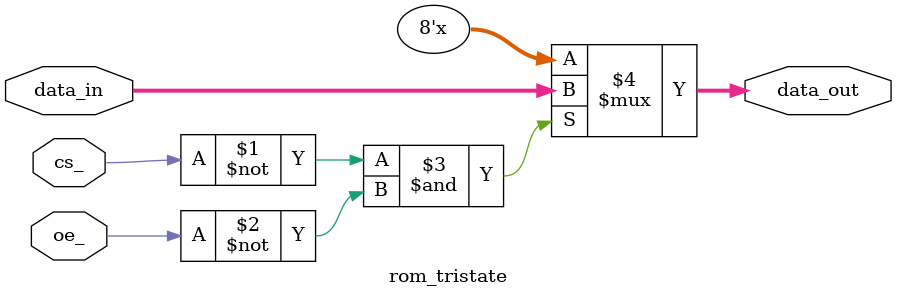
<source format=v>
module rom_tristate(cs_, oe_, data_in, data_out);
	input cs_;
	input oe_;
	input [7:0] data_in;
	output [7:0] data_out;
assign data_out = (~cs_ & ~oe_) ? data_in : 8'bzzzzzzzz;
endmodule
</source>
